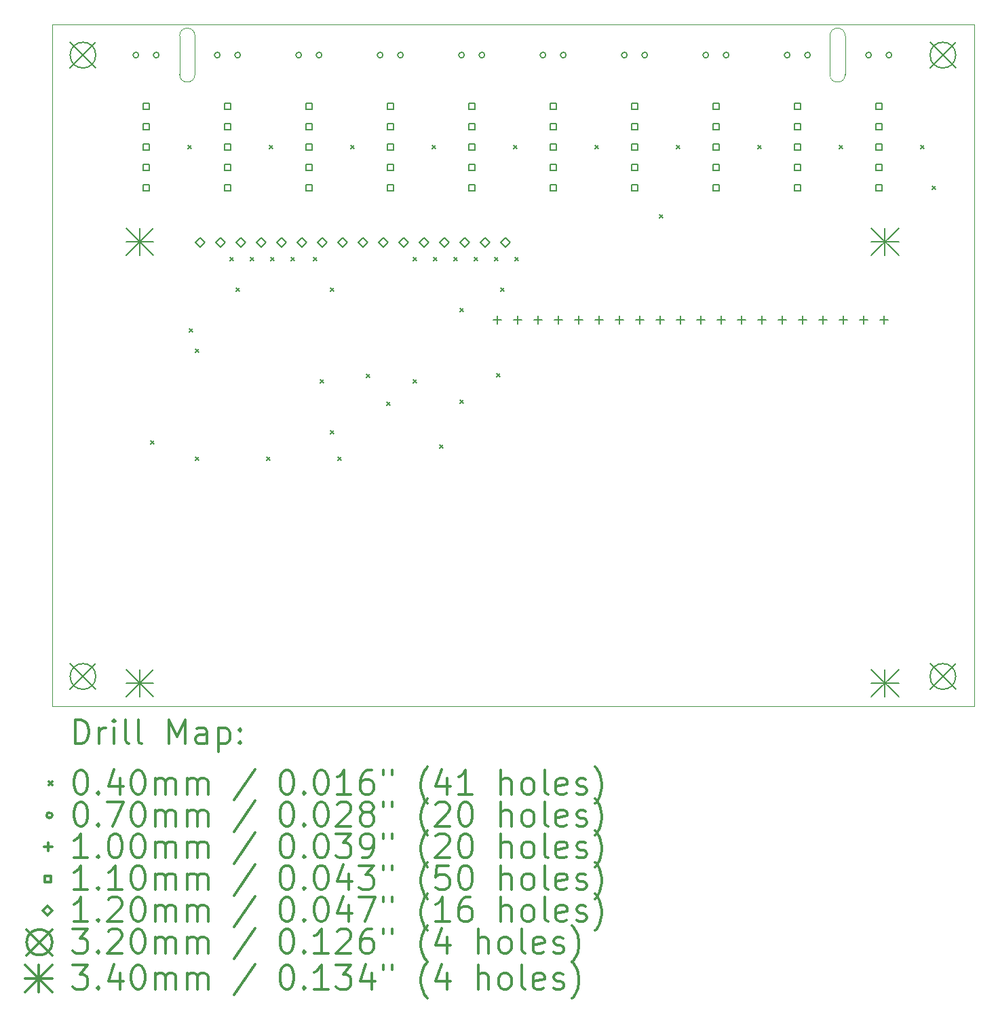
<source format=gbr>
%FSLAX45Y45*%
G04 Gerber Fmt 4.5, Leading zero omitted, Abs format (unit mm)*
G04 Created by KiCad (PCBNEW (5.1.6)-1) date 2023-01-22 16:10:45*
%MOMM*%
%LPD*%
G01*
G04 APERTURE LIST*
%TA.AperFunction,Profile*%
%ADD10C,0.050000*%
%TD*%
%ADD11C,0.200000*%
%ADD12C,0.300000*%
G04 APERTURE END LIST*
D10*
X4318000Y-8242300D02*
G75*
G02*
X4127500Y-8242300I-95250J0D01*
G01*
X12242800Y-7759700D02*
G75*
G02*
X12433300Y-7759700I95250J0D01*
G01*
X12433300Y-8242300D02*
X12433300Y-7759700D01*
X12242800Y-7759700D02*
X12242800Y-8242300D01*
X12433300Y-8242300D02*
G75*
G02*
X12242800Y-8242300I-95250J0D01*
G01*
X4127500Y-7759700D02*
G75*
G02*
X4318000Y-7759700I95250J0D01*
G01*
X4318000Y-8242300D02*
X4318000Y-7759700D01*
X4127500Y-7759700D02*
X4127500Y-8242300D01*
X2540000Y-7620000D02*
X14040000Y-7620000D01*
X14040000Y-16120000D02*
X14040000Y-7620000D01*
X2540000Y-16120000D02*
X14040000Y-16120000D01*
X2540000Y-7620000D02*
X2540000Y-16120000D01*
D11*
X7282500Y-9124000D02*
X7322500Y-9164000D01*
X7322500Y-9124000D02*
X7282500Y-9164000D01*
X5250500Y-9124000D02*
X5290500Y-9164000D01*
X5290500Y-9124000D02*
X5250500Y-9164000D01*
X6711000Y-12324400D02*
X6751000Y-12364400D01*
X6751000Y-12324400D02*
X6711000Y-12364400D01*
X3764600Y-12807000D02*
X3804600Y-12847000D01*
X3804600Y-12807000D02*
X3764600Y-12847000D01*
X6457000Y-11981500D02*
X6497000Y-12021500D01*
X6497000Y-11981500D02*
X6457000Y-12021500D01*
X5885500Y-12045000D02*
X5925500Y-12085000D01*
X5925500Y-12045000D02*
X5885500Y-12085000D01*
X8298500Y-9124000D02*
X8338500Y-9164000D01*
X8338500Y-9124000D02*
X8298500Y-9164000D01*
X6266500Y-9124000D02*
X6306500Y-9164000D01*
X6306500Y-9124000D02*
X6266500Y-9164000D01*
X7371400Y-12857800D02*
X7411400Y-12897800D01*
X7411400Y-12857800D02*
X7371400Y-12897800D01*
X8311200Y-10521000D02*
X8351200Y-10561000D01*
X8351200Y-10521000D02*
X8311200Y-10561000D01*
X8057200Y-10521000D02*
X8097200Y-10561000D01*
X8097200Y-10521000D02*
X8057200Y-10561000D01*
X13518200Y-9632000D02*
X13558200Y-9672000D01*
X13558200Y-9632000D02*
X13518200Y-9672000D01*
X5263200Y-10521000D02*
X5303200Y-10561000D01*
X5303200Y-10521000D02*
X5263200Y-10561000D01*
X5517200Y-10521000D02*
X5557200Y-10561000D01*
X5557200Y-10521000D02*
X5517200Y-10561000D01*
X8133400Y-10902000D02*
X8173400Y-10942000D01*
X8173400Y-10902000D02*
X8133400Y-10942000D01*
X7625400Y-12299000D02*
X7665400Y-12339000D01*
X7665400Y-12299000D02*
X7625400Y-12339000D01*
X5009200Y-10521000D02*
X5049200Y-10561000D01*
X5049200Y-10521000D02*
X5009200Y-10561000D01*
X5796600Y-10521000D02*
X5836600Y-10561000D01*
X5836600Y-10521000D02*
X5796600Y-10561000D01*
X7041200Y-10521000D02*
X7081200Y-10561000D01*
X7081200Y-10521000D02*
X7041200Y-10561000D01*
X8082600Y-11968800D02*
X8122600Y-12008800D01*
X8122600Y-11968800D02*
X8082600Y-12008800D01*
X5212400Y-13010200D02*
X5252400Y-13050200D01*
X5252400Y-13010200D02*
X5212400Y-13050200D01*
X9314500Y-9124000D02*
X9354500Y-9164000D01*
X9354500Y-9124000D02*
X9314500Y-9164000D01*
X7295200Y-10521000D02*
X7335200Y-10561000D01*
X7335200Y-10521000D02*
X7295200Y-10561000D01*
X10330500Y-9124000D02*
X10370500Y-9164000D01*
X10370500Y-9124000D02*
X10330500Y-9164000D01*
X6012500Y-12680000D02*
X6052500Y-12720000D01*
X6052500Y-12680000D02*
X6012500Y-12720000D01*
X7549200Y-10521000D02*
X7589200Y-10561000D01*
X7589200Y-10521000D02*
X7549200Y-10561000D01*
X4323400Y-11664000D02*
X4363400Y-11704000D01*
X4363400Y-11664000D02*
X4323400Y-11704000D01*
X4831400Y-10902000D02*
X4871400Y-10942000D01*
X4871400Y-10902000D02*
X4831400Y-10942000D01*
X11346500Y-9124000D02*
X11386500Y-9164000D01*
X11386500Y-9124000D02*
X11346500Y-9164000D01*
X4234500Y-9124000D02*
X4274500Y-9164000D01*
X4274500Y-9124000D02*
X4234500Y-9164000D01*
X6101400Y-13010200D02*
X6141400Y-13050200D01*
X6141400Y-13010200D02*
X6101400Y-13050200D01*
X13378500Y-9124000D02*
X13418500Y-9164000D01*
X13418500Y-9124000D02*
X13378500Y-9164000D01*
X7625400Y-11156000D02*
X7665400Y-11196000D01*
X7665400Y-11156000D02*
X7625400Y-11196000D01*
X7803200Y-10521000D02*
X7843200Y-10561000D01*
X7843200Y-10521000D02*
X7803200Y-10561000D01*
X4247200Y-11410000D02*
X4287200Y-11450000D01*
X4287200Y-11410000D02*
X4247200Y-11450000D01*
X10114600Y-9987600D02*
X10154600Y-10027600D01*
X10154600Y-9987600D02*
X10114600Y-10027600D01*
X4755200Y-10521000D02*
X4795200Y-10561000D01*
X4795200Y-10521000D02*
X4755200Y-10561000D01*
X7041200Y-12045000D02*
X7081200Y-12085000D01*
X7081200Y-12045000D02*
X7041200Y-12085000D01*
X12362500Y-9124000D02*
X12402500Y-9164000D01*
X12402500Y-9124000D02*
X12362500Y-9164000D01*
X6012500Y-10902000D02*
X6052500Y-10942000D01*
X6052500Y-10902000D02*
X6012500Y-10942000D01*
X4323400Y-13010200D02*
X4363400Y-13050200D01*
X4363400Y-13010200D02*
X4323400Y-13050200D01*
X7680400Y-8001000D02*
G75*
G03*
X7680400Y-8001000I-35000J0D01*
G01*
X7934400Y-8001000D02*
G75*
G03*
X7934400Y-8001000I-35000J0D01*
G01*
X6664400Y-8001000D02*
G75*
G03*
X6664400Y-8001000I-35000J0D01*
G01*
X6918400Y-8001000D02*
G75*
G03*
X6918400Y-8001000I-35000J0D01*
G01*
X10728400Y-8001000D02*
G75*
G03*
X10728400Y-8001000I-35000J0D01*
G01*
X10982400Y-8001000D02*
G75*
G03*
X10982400Y-8001000I-35000J0D01*
G01*
X4632400Y-8001000D02*
G75*
G03*
X4632400Y-8001000I-35000J0D01*
G01*
X4886400Y-8001000D02*
G75*
G03*
X4886400Y-8001000I-35000J0D01*
G01*
X3616400Y-8001000D02*
G75*
G03*
X3616400Y-8001000I-35000J0D01*
G01*
X3870400Y-8001000D02*
G75*
G03*
X3870400Y-8001000I-35000J0D01*
G01*
X12760400Y-8001000D02*
G75*
G03*
X12760400Y-8001000I-35000J0D01*
G01*
X13014400Y-8001000D02*
G75*
G03*
X13014400Y-8001000I-35000J0D01*
G01*
X11744400Y-8001000D02*
G75*
G03*
X11744400Y-8001000I-35000J0D01*
G01*
X11998400Y-8001000D02*
G75*
G03*
X11998400Y-8001000I-35000J0D01*
G01*
X8696400Y-8001000D02*
G75*
G03*
X8696400Y-8001000I-35000J0D01*
G01*
X8950400Y-8001000D02*
G75*
G03*
X8950400Y-8001000I-35000J0D01*
G01*
X9712400Y-8001000D02*
G75*
G03*
X9712400Y-8001000I-35000J0D01*
G01*
X9966400Y-8001000D02*
G75*
G03*
X9966400Y-8001000I-35000J0D01*
G01*
X5648400Y-8001000D02*
G75*
G03*
X5648400Y-8001000I-35000J0D01*
G01*
X5902400Y-8001000D02*
G75*
G03*
X5902400Y-8001000I-35000J0D01*
G01*
X8089900Y-11253000D02*
X8089900Y-11353000D01*
X8039900Y-11303000D02*
X8139900Y-11303000D01*
X8343900Y-11253000D02*
X8343900Y-11353000D01*
X8293900Y-11303000D02*
X8393900Y-11303000D01*
X8597900Y-11253000D02*
X8597900Y-11353000D01*
X8547900Y-11303000D02*
X8647900Y-11303000D01*
X8851900Y-11253000D02*
X8851900Y-11353000D01*
X8801900Y-11303000D02*
X8901900Y-11303000D01*
X9105900Y-11253000D02*
X9105900Y-11353000D01*
X9055900Y-11303000D02*
X9155900Y-11303000D01*
X9359900Y-11253000D02*
X9359900Y-11353000D01*
X9309900Y-11303000D02*
X9409900Y-11303000D01*
X9613900Y-11253000D02*
X9613900Y-11353000D01*
X9563900Y-11303000D02*
X9663900Y-11303000D01*
X9867900Y-11253000D02*
X9867900Y-11353000D01*
X9817900Y-11303000D02*
X9917900Y-11303000D01*
X10121900Y-11253000D02*
X10121900Y-11353000D01*
X10071900Y-11303000D02*
X10171900Y-11303000D01*
X10375900Y-11253000D02*
X10375900Y-11353000D01*
X10325900Y-11303000D02*
X10425900Y-11303000D01*
X10629900Y-11253000D02*
X10629900Y-11353000D01*
X10579900Y-11303000D02*
X10679900Y-11303000D01*
X10883900Y-11253000D02*
X10883900Y-11353000D01*
X10833900Y-11303000D02*
X10933900Y-11303000D01*
X11137900Y-11253000D02*
X11137900Y-11353000D01*
X11087900Y-11303000D02*
X11187900Y-11303000D01*
X11391900Y-11253000D02*
X11391900Y-11353000D01*
X11341900Y-11303000D02*
X11441900Y-11303000D01*
X11645900Y-11253000D02*
X11645900Y-11353000D01*
X11595900Y-11303000D02*
X11695900Y-11303000D01*
X11899900Y-11253000D02*
X11899900Y-11353000D01*
X11849900Y-11303000D02*
X11949900Y-11303000D01*
X12153900Y-11253000D02*
X12153900Y-11353000D01*
X12103900Y-11303000D02*
X12203900Y-11303000D01*
X12407900Y-11253000D02*
X12407900Y-11353000D01*
X12357900Y-11303000D02*
X12457900Y-11303000D01*
X12661900Y-11253000D02*
X12661900Y-11353000D01*
X12611900Y-11303000D02*
X12711900Y-11303000D01*
X12915900Y-11253000D02*
X12915900Y-11353000D01*
X12865900Y-11303000D02*
X12965900Y-11303000D01*
X7811291Y-8674891D02*
X7811291Y-8597109D01*
X7733509Y-8597109D01*
X7733509Y-8674891D01*
X7811291Y-8674891D01*
X7811291Y-8928891D02*
X7811291Y-8851109D01*
X7733509Y-8851109D01*
X7733509Y-8928891D01*
X7811291Y-8928891D01*
X7811291Y-9182891D02*
X7811291Y-9105109D01*
X7733509Y-9105109D01*
X7733509Y-9182891D01*
X7811291Y-9182891D01*
X7811291Y-9436891D02*
X7811291Y-9359109D01*
X7733509Y-9359109D01*
X7733509Y-9436891D01*
X7811291Y-9436891D01*
X7811291Y-9690891D02*
X7811291Y-9613109D01*
X7733509Y-9613109D01*
X7733509Y-9690891D01*
X7811291Y-9690891D01*
X4763291Y-8674891D02*
X4763291Y-8597109D01*
X4685509Y-8597109D01*
X4685509Y-8674891D01*
X4763291Y-8674891D01*
X4763291Y-8928891D02*
X4763291Y-8851109D01*
X4685509Y-8851109D01*
X4685509Y-8928891D01*
X4763291Y-8928891D01*
X4763291Y-9182891D02*
X4763291Y-9105109D01*
X4685509Y-9105109D01*
X4685509Y-9182891D01*
X4763291Y-9182891D01*
X4763291Y-9436891D02*
X4763291Y-9359109D01*
X4685509Y-9359109D01*
X4685509Y-9436891D01*
X4763291Y-9436891D01*
X4763291Y-9690891D02*
X4763291Y-9613109D01*
X4685509Y-9613109D01*
X4685509Y-9690891D01*
X4763291Y-9690891D01*
X6795291Y-8674891D02*
X6795291Y-8597109D01*
X6717509Y-8597109D01*
X6717509Y-8674891D01*
X6795291Y-8674891D01*
X6795291Y-8928891D02*
X6795291Y-8851109D01*
X6717509Y-8851109D01*
X6717509Y-8928891D01*
X6795291Y-8928891D01*
X6795291Y-9182891D02*
X6795291Y-9105109D01*
X6717509Y-9105109D01*
X6717509Y-9182891D01*
X6795291Y-9182891D01*
X6795291Y-9436891D02*
X6795291Y-9359109D01*
X6717509Y-9359109D01*
X6717509Y-9436891D01*
X6795291Y-9436891D01*
X6795291Y-9690891D02*
X6795291Y-9613109D01*
X6717509Y-9613109D01*
X6717509Y-9690891D01*
X6795291Y-9690891D01*
X3747291Y-8674891D02*
X3747291Y-8597109D01*
X3669509Y-8597109D01*
X3669509Y-8674891D01*
X3747291Y-8674891D01*
X3747291Y-8928891D02*
X3747291Y-8851109D01*
X3669509Y-8851109D01*
X3669509Y-8928891D01*
X3747291Y-8928891D01*
X3747291Y-9182891D02*
X3747291Y-9105109D01*
X3669509Y-9105109D01*
X3669509Y-9182891D01*
X3747291Y-9182891D01*
X3747291Y-9436891D02*
X3747291Y-9359109D01*
X3669509Y-9359109D01*
X3669509Y-9436891D01*
X3747291Y-9436891D01*
X3747291Y-9690891D02*
X3747291Y-9613109D01*
X3669509Y-9613109D01*
X3669509Y-9690891D01*
X3747291Y-9690891D01*
X8827291Y-8674891D02*
X8827291Y-8597109D01*
X8749509Y-8597109D01*
X8749509Y-8674891D01*
X8827291Y-8674891D01*
X8827291Y-8928891D02*
X8827291Y-8851109D01*
X8749509Y-8851109D01*
X8749509Y-8928891D01*
X8827291Y-8928891D01*
X8827291Y-9182891D02*
X8827291Y-9105109D01*
X8749509Y-9105109D01*
X8749509Y-9182891D01*
X8827291Y-9182891D01*
X8827291Y-9436891D02*
X8827291Y-9359109D01*
X8749509Y-9359109D01*
X8749509Y-9436891D01*
X8827291Y-9436891D01*
X8827291Y-9690891D02*
X8827291Y-9613109D01*
X8749509Y-9613109D01*
X8749509Y-9690891D01*
X8827291Y-9690891D01*
X9843291Y-8674891D02*
X9843291Y-8597109D01*
X9765509Y-8597109D01*
X9765509Y-8674891D01*
X9843291Y-8674891D01*
X9843291Y-8928891D02*
X9843291Y-8851109D01*
X9765509Y-8851109D01*
X9765509Y-8928891D01*
X9843291Y-8928891D01*
X9843291Y-9182891D02*
X9843291Y-9105109D01*
X9765509Y-9105109D01*
X9765509Y-9182891D01*
X9843291Y-9182891D01*
X9843291Y-9436891D02*
X9843291Y-9359109D01*
X9765509Y-9359109D01*
X9765509Y-9436891D01*
X9843291Y-9436891D01*
X9843291Y-9690891D02*
X9843291Y-9613109D01*
X9765509Y-9613109D01*
X9765509Y-9690891D01*
X9843291Y-9690891D01*
X11875291Y-8674891D02*
X11875291Y-8597109D01*
X11797509Y-8597109D01*
X11797509Y-8674891D01*
X11875291Y-8674891D01*
X11875291Y-8928891D02*
X11875291Y-8851109D01*
X11797509Y-8851109D01*
X11797509Y-8928891D01*
X11875291Y-8928891D01*
X11875291Y-9182891D02*
X11875291Y-9105109D01*
X11797509Y-9105109D01*
X11797509Y-9182891D01*
X11875291Y-9182891D01*
X11875291Y-9436891D02*
X11875291Y-9359109D01*
X11797509Y-9359109D01*
X11797509Y-9436891D01*
X11875291Y-9436891D01*
X11875291Y-9690891D02*
X11875291Y-9613109D01*
X11797509Y-9613109D01*
X11797509Y-9690891D01*
X11875291Y-9690891D01*
X12891291Y-8674891D02*
X12891291Y-8597109D01*
X12813509Y-8597109D01*
X12813509Y-8674891D01*
X12891291Y-8674891D01*
X12891291Y-8928891D02*
X12891291Y-8851109D01*
X12813509Y-8851109D01*
X12813509Y-8928891D01*
X12891291Y-8928891D01*
X12891291Y-9182891D02*
X12891291Y-9105109D01*
X12813509Y-9105109D01*
X12813509Y-9182891D01*
X12891291Y-9182891D01*
X12891291Y-9436891D02*
X12891291Y-9359109D01*
X12813509Y-9359109D01*
X12813509Y-9436891D01*
X12891291Y-9436891D01*
X12891291Y-9690891D02*
X12891291Y-9613109D01*
X12813509Y-9613109D01*
X12813509Y-9690891D01*
X12891291Y-9690891D01*
X10859291Y-8674891D02*
X10859291Y-8597109D01*
X10781509Y-8597109D01*
X10781509Y-8674891D01*
X10859291Y-8674891D01*
X10859291Y-8928891D02*
X10859291Y-8851109D01*
X10781509Y-8851109D01*
X10781509Y-8928891D01*
X10859291Y-8928891D01*
X10859291Y-9182891D02*
X10859291Y-9105109D01*
X10781509Y-9105109D01*
X10781509Y-9182891D01*
X10859291Y-9182891D01*
X10859291Y-9436891D02*
X10859291Y-9359109D01*
X10781509Y-9359109D01*
X10781509Y-9436891D01*
X10859291Y-9436891D01*
X10859291Y-9690891D02*
X10859291Y-9613109D01*
X10781509Y-9613109D01*
X10781509Y-9690891D01*
X10859291Y-9690891D01*
X5779291Y-8674891D02*
X5779291Y-8597109D01*
X5701509Y-8597109D01*
X5701509Y-8674891D01*
X5779291Y-8674891D01*
X5779291Y-8928891D02*
X5779291Y-8851109D01*
X5701509Y-8851109D01*
X5701509Y-8928891D01*
X5779291Y-8928891D01*
X5779291Y-9182891D02*
X5779291Y-9105109D01*
X5701509Y-9105109D01*
X5701509Y-9182891D01*
X5779291Y-9182891D01*
X5779291Y-9436891D02*
X5779291Y-9359109D01*
X5701509Y-9359109D01*
X5701509Y-9436891D01*
X5779291Y-9436891D01*
X5779291Y-9690891D02*
X5779291Y-9613109D01*
X5701509Y-9613109D01*
X5701509Y-9690891D01*
X5779291Y-9690891D01*
X4380400Y-10395000D02*
X4440400Y-10335000D01*
X4380400Y-10275000D01*
X4320400Y-10335000D01*
X4380400Y-10395000D01*
X4634400Y-10395000D02*
X4694400Y-10335000D01*
X4634400Y-10275000D01*
X4574400Y-10335000D01*
X4634400Y-10395000D01*
X4888400Y-10395000D02*
X4948400Y-10335000D01*
X4888400Y-10275000D01*
X4828400Y-10335000D01*
X4888400Y-10395000D01*
X5142400Y-10395000D02*
X5202400Y-10335000D01*
X5142400Y-10275000D01*
X5082400Y-10335000D01*
X5142400Y-10395000D01*
X5396400Y-10395000D02*
X5456400Y-10335000D01*
X5396400Y-10275000D01*
X5336400Y-10335000D01*
X5396400Y-10395000D01*
X5650400Y-10395000D02*
X5710400Y-10335000D01*
X5650400Y-10275000D01*
X5590400Y-10335000D01*
X5650400Y-10395000D01*
X5904400Y-10395000D02*
X5964400Y-10335000D01*
X5904400Y-10275000D01*
X5844400Y-10335000D01*
X5904400Y-10395000D01*
X6158400Y-10395000D02*
X6218400Y-10335000D01*
X6158400Y-10275000D01*
X6098400Y-10335000D01*
X6158400Y-10395000D01*
X6412400Y-10395000D02*
X6472400Y-10335000D01*
X6412400Y-10275000D01*
X6352400Y-10335000D01*
X6412400Y-10395000D01*
X6666400Y-10395000D02*
X6726400Y-10335000D01*
X6666400Y-10275000D01*
X6606400Y-10335000D01*
X6666400Y-10395000D01*
X6920400Y-10395000D02*
X6980400Y-10335000D01*
X6920400Y-10275000D01*
X6860400Y-10335000D01*
X6920400Y-10395000D01*
X7174400Y-10395000D02*
X7234400Y-10335000D01*
X7174400Y-10275000D01*
X7114400Y-10335000D01*
X7174400Y-10395000D01*
X7428400Y-10395000D02*
X7488400Y-10335000D01*
X7428400Y-10275000D01*
X7368400Y-10335000D01*
X7428400Y-10395000D01*
X7682400Y-10395000D02*
X7742400Y-10335000D01*
X7682400Y-10275000D01*
X7622400Y-10335000D01*
X7682400Y-10395000D01*
X7936400Y-10395000D02*
X7996400Y-10335000D01*
X7936400Y-10275000D01*
X7876400Y-10335000D01*
X7936400Y-10395000D01*
X8190400Y-10395000D02*
X8250400Y-10335000D01*
X8190400Y-10275000D01*
X8130400Y-10335000D01*
X8190400Y-10395000D01*
X13492500Y-7841000D02*
X13812500Y-8161000D01*
X13812500Y-7841000D02*
X13492500Y-8161000D01*
X13812500Y-8001000D02*
G75*
G03*
X13812500Y-8001000I-160000J0D01*
G01*
X2761000Y-7841000D02*
X3081000Y-8161000D01*
X3081000Y-7841000D02*
X2761000Y-8161000D01*
X3081000Y-8001000D02*
G75*
G03*
X3081000Y-8001000I-160000J0D01*
G01*
X13492500Y-15588000D02*
X13812500Y-15908000D01*
X13812500Y-15588000D02*
X13492500Y-15908000D01*
X13812500Y-15748000D02*
G75*
G03*
X13812500Y-15748000I-160000J0D01*
G01*
X2761000Y-15588000D02*
X3081000Y-15908000D01*
X3081000Y-15588000D02*
X2761000Y-15908000D01*
X3081000Y-15748000D02*
G75*
G03*
X3081000Y-15748000I-160000J0D01*
G01*
X3460400Y-10161000D02*
X3800400Y-10501000D01*
X3800400Y-10161000D02*
X3460400Y-10501000D01*
X3630400Y-10161000D02*
X3630400Y-10501000D01*
X3460400Y-10331000D02*
X3800400Y-10331000D01*
X3460400Y-15661000D02*
X3800400Y-16001000D01*
X3800400Y-15661000D02*
X3460400Y-16001000D01*
X3630400Y-15661000D02*
X3630400Y-16001000D01*
X3460400Y-15831000D02*
X3800400Y-15831000D01*
X12760400Y-10161000D02*
X13100400Y-10501000D01*
X13100400Y-10161000D02*
X12760400Y-10501000D01*
X12930400Y-10161000D02*
X12930400Y-10501000D01*
X12760400Y-10331000D02*
X13100400Y-10331000D01*
X12760400Y-15661000D02*
X13100400Y-16001000D01*
X13100400Y-15661000D02*
X12760400Y-16001000D01*
X12930400Y-15661000D02*
X12930400Y-16001000D01*
X12760400Y-15831000D02*
X13100400Y-15831000D01*
D12*
X2823928Y-16588214D02*
X2823928Y-16288214D01*
X2895357Y-16288214D01*
X2938214Y-16302500D01*
X2966786Y-16331071D01*
X2981071Y-16359643D01*
X2995357Y-16416786D01*
X2995357Y-16459643D01*
X2981071Y-16516786D01*
X2966786Y-16545357D01*
X2938214Y-16573929D01*
X2895357Y-16588214D01*
X2823928Y-16588214D01*
X3123928Y-16588214D02*
X3123928Y-16388214D01*
X3123928Y-16445357D02*
X3138214Y-16416786D01*
X3152500Y-16402500D01*
X3181071Y-16388214D01*
X3209643Y-16388214D01*
X3309643Y-16588214D02*
X3309643Y-16388214D01*
X3309643Y-16288214D02*
X3295357Y-16302500D01*
X3309643Y-16316786D01*
X3323928Y-16302500D01*
X3309643Y-16288214D01*
X3309643Y-16316786D01*
X3495357Y-16588214D02*
X3466786Y-16573929D01*
X3452500Y-16545357D01*
X3452500Y-16288214D01*
X3652500Y-16588214D02*
X3623928Y-16573929D01*
X3609643Y-16545357D01*
X3609643Y-16288214D01*
X3995357Y-16588214D02*
X3995357Y-16288214D01*
X4095357Y-16502500D01*
X4195357Y-16288214D01*
X4195357Y-16588214D01*
X4466786Y-16588214D02*
X4466786Y-16431071D01*
X4452500Y-16402500D01*
X4423928Y-16388214D01*
X4366786Y-16388214D01*
X4338214Y-16402500D01*
X4466786Y-16573929D02*
X4438214Y-16588214D01*
X4366786Y-16588214D01*
X4338214Y-16573929D01*
X4323928Y-16545357D01*
X4323928Y-16516786D01*
X4338214Y-16488214D01*
X4366786Y-16473929D01*
X4438214Y-16473929D01*
X4466786Y-16459643D01*
X4609643Y-16388214D02*
X4609643Y-16688214D01*
X4609643Y-16402500D02*
X4638214Y-16388214D01*
X4695357Y-16388214D01*
X4723928Y-16402500D01*
X4738214Y-16416786D01*
X4752500Y-16445357D01*
X4752500Y-16531071D01*
X4738214Y-16559643D01*
X4723928Y-16573929D01*
X4695357Y-16588214D01*
X4638214Y-16588214D01*
X4609643Y-16573929D01*
X4881071Y-16559643D02*
X4895357Y-16573929D01*
X4881071Y-16588214D01*
X4866786Y-16573929D01*
X4881071Y-16559643D01*
X4881071Y-16588214D01*
X4881071Y-16402500D02*
X4895357Y-16416786D01*
X4881071Y-16431071D01*
X4866786Y-16416786D01*
X4881071Y-16402500D01*
X4881071Y-16431071D01*
X2497500Y-17062500D02*
X2537500Y-17102500D01*
X2537500Y-17062500D02*
X2497500Y-17102500D01*
X2881071Y-16918214D02*
X2909643Y-16918214D01*
X2938214Y-16932500D01*
X2952500Y-16946786D01*
X2966786Y-16975357D01*
X2981071Y-17032500D01*
X2981071Y-17103929D01*
X2966786Y-17161072D01*
X2952500Y-17189643D01*
X2938214Y-17203929D01*
X2909643Y-17218214D01*
X2881071Y-17218214D01*
X2852500Y-17203929D01*
X2838214Y-17189643D01*
X2823928Y-17161072D01*
X2809643Y-17103929D01*
X2809643Y-17032500D01*
X2823928Y-16975357D01*
X2838214Y-16946786D01*
X2852500Y-16932500D01*
X2881071Y-16918214D01*
X3109643Y-17189643D02*
X3123928Y-17203929D01*
X3109643Y-17218214D01*
X3095357Y-17203929D01*
X3109643Y-17189643D01*
X3109643Y-17218214D01*
X3381071Y-17018214D02*
X3381071Y-17218214D01*
X3309643Y-16903929D02*
X3238214Y-17118214D01*
X3423928Y-17118214D01*
X3595357Y-16918214D02*
X3623928Y-16918214D01*
X3652500Y-16932500D01*
X3666786Y-16946786D01*
X3681071Y-16975357D01*
X3695357Y-17032500D01*
X3695357Y-17103929D01*
X3681071Y-17161072D01*
X3666786Y-17189643D01*
X3652500Y-17203929D01*
X3623928Y-17218214D01*
X3595357Y-17218214D01*
X3566786Y-17203929D01*
X3552500Y-17189643D01*
X3538214Y-17161072D01*
X3523928Y-17103929D01*
X3523928Y-17032500D01*
X3538214Y-16975357D01*
X3552500Y-16946786D01*
X3566786Y-16932500D01*
X3595357Y-16918214D01*
X3823928Y-17218214D02*
X3823928Y-17018214D01*
X3823928Y-17046786D02*
X3838214Y-17032500D01*
X3866786Y-17018214D01*
X3909643Y-17018214D01*
X3938214Y-17032500D01*
X3952500Y-17061072D01*
X3952500Y-17218214D01*
X3952500Y-17061072D02*
X3966786Y-17032500D01*
X3995357Y-17018214D01*
X4038214Y-17018214D01*
X4066786Y-17032500D01*
X4081071Y-17061072D01*
X4081071Y-17218214D01*
X4223928Y-17218214D02*
X4223928Y-17018214D01*
X4223928Y-17046786D02*
X4238214Y-17032500D01*
X4266786Y-17018214D01*
X4309643Y-17018214D01*
X4338214Y-17032500D01*
X4352500Y-17061072D01*
X4352500Y-17218214D01*
X4352500Y-17061072D02*
X4366786Y-17032500D01*
X4395357Y-17018214D01*
X4438214Y-17018214D01*
X4466786Y-17032500D01*
X4481071Y-17061072D01*
X4481071Y-17218214D01*
X5066786Y-16903929D02*
X4809643Y-17289643D01*
X5452500Y-16918214D02*
X5481071Y-16918214D01*
X5509643Y-16932500D01*
X5523928Y-16946786D01*
X5538214Y-16975357D01*
X5552500Y-17032500D01*
X5552500Y-17103929D01*
X5538214Y-17161072D01*
X5523928Y-17189643D01*
X5509643Y-17203929D01*
X5481071Y-17218214D01*
X5452500Y-17218214D01*
X5423928Y-17203929D01*
X5409643Y-17189643D01*
X5395357Y-17161072D01*
X5381071Y-17103929D01*
X5381071Y-17032500D01*
X5395357Y-16975357D01*
X5409643Y-16946786D01*
X5423928Y-16932500D01*
X5452500Y-16918214D01*
X5681071Y-17189643D02*
X5695357Y-17203929D01*
X5681071Y-17218214D01*
X5666786Y-17203929D01*
X5681071Y-17189643D01*
X5681071Y-17218214D01*
X5881071Y-16918214D02*
X5909643Y-16918214D01*
X5938214Y-16932500D01*
X5952500Y-16946786D01*
X5966786Y-16975357D01*
X5981071Y-17032500D01*
X5981071Y-17103929D01*
X5966786Y-17161072D01*
X5952500Y-17189643D01*
X5938214Y-17203929D01*
X5909643Y-17218214D01*
X5881071Y-17218214D01*
X5852500Y-17203929D01*
X5838214Y-17189643D01*
X5823928Y-17161072D01*
X5809643Y-17103929D01*
X5809643Y-17032500D01*
X5823928Y-16975357D01*
X5838214Y-16946786D01*
X5852500Y-16932500D01*
X5881071Y-16918214D01*
X6266786Y-17218214D02*
X6095357Y-17218214D01*
X6181071Y-17218214D02*
X6181071Y-16918214D01*
X6152500Y-16961072D01*
X6123928Y-16989643D01*
X6095357Y-17003929D01*
X6523928Y-16918214D02*
X6466786Y-16918214D01*
X6438214Y-16932500D01*
X6423928Y-16946786D01*
X6395357Y-16989643D01*
X6381071Y-17046786D01*
X6381071Y-17161072D01*
X6395357Y-17189643D01*
X6409643Y-17203929D01*
X6438214Y-17218214D01*
X6495357Y-17218214D01*
X6523928Y-17203929D01*
X6538214Y-17189643D01*
X6552500Y-17161072D01*
X6552500Y-17089643D01*
X6538214Y-17061072D01*
X6523928Y-17046786D01*
X6495357Y-17032500D01*
X6438214Y-17032500D01*
X6409643Y-17046786D01*
X6395357Y-17061072D01*
X6381071Y-17089643D01*
X6666786Y-16918214D02*
X6666786Y-16975357D01*
X6781071Y-16918214D02*
X6781071Y-16975357D01*
X7223928Y-17332500D02*
X7209643Y-17318214D01*
X7181071Y-17275357D01*
X7166786Y-17246786D01*
X7152500Y-17203929D01*
X7138214Y-17132500D01*
X7138214Y-17075357D01*
X7152500Y-17003929D01*
X7166786Y-16961072D01*
X7181071Y-16932500D01*
X7209643Y-16889643D01*
X7223928Y-16875357D01*
X7466786Y-17018214D02*
X7466786Y-17218214D01*
X7395357Y-16903929D02*
X7323928Y-17118214D01*
X7509643Y-17118214D01*
X7781071Y-17218214D02*
X7609643Y-17218214D01*
X7695357Y-17218214D02*
X7695357Y-16918214D01*
X7666786Y-16961072D01*
X7638214Y-16989643D01*
X7609643Y-17003929D01*
X8138214Y-17218214D02*
X8138214Y-16918214D01*
X8266786Y-17218214D02*
X8266786Y-17061072D01*
X8252500Y-17032500D01*
X8223928Y-17018214D01*
X8181071Y-17018214D01*
X8152500Y-17032500D01*
X8138214Y-17046786D01*
X8452500Y-17218214D02*
X8423928Y-17203929D01*
X8409643Y-17189643D01*
X8395357Y-17161072D01*
X8395357Y-17075357D01*
X8409643Y-17046786D01*
X8423928Y-17032500D01*
X8452500Y-17018214D01*
X8495357Y-17018214D01*
X8523928Y-17032500D01*
X8538214Y-17046786D01*
X8552500Y-17075357D01*
X8552500Y-17161072D01*
X8538214Y-17189643D01*
X8523928Y-17203929D01*
X8495357Y-17218214D01*
X8452500Y-17218214D01*
X8723928Y-17218214D02*
X8695357Y-17203929D01*
X8681071Y-17175357D01*
X8681071Y-16918214D01*
X8952500Y-17203929D02*
X8923928Y-17218214D01*
X8866786Y-17218214D01*
X8838214Y-17203929D01*
X8823928Y-17175357D01*
X8823928Y-17061072D01*
X8838214Y-17032500D01*
X8866786Y-17018214D01*
X8923928Y-17018214D01*
X8952500Y-17032500D01*
X8966786Y-17061072D01*
X8966786Y-17089643D01*
X8823928Y-17118214D01*
X9081071Y-17203929D02*
X9109643Y-17218214D01*
X9166786Y-17218214D01*
X9195357Y-17203929D01*
X9209643Y-17175357D01*
X9209643Y-17161072D01*
X9195357Y-17132500D01*
X9166786Y-17118214D01*
X9123928Y-17118214D01*
X9095357Y-17103929D01*
X9081071Y-17075357D01*
X9081071Y-17061072D01*
X9095357Y-17032500D01*
X9123928Y-17018214D01*
X9166786Y-17018214D01*
X9195357Y-17032500D01*
X9309643Y-17332500D02*
X9323928Y-17318214D01*
X9352500Y-17275357D01*
X9366786Y-17246786D01*
X9381071Y-17203929D01*
X9395357Y-17132500D01*
X9395357Y-17075357D01*
X9381071Y-17003929D01*
X9366786Y-16961072D01*
X9352500Y-16932500D01*
X9323928Y-16889643D01*
X9309643Y-16875357D01*
X2537500Y-17478500D02*
G75*
G03*
X2537500Y-17478500I-35000J0D01*
G01*
X2881071Y-17314214D02*
X2909643Y-17314214D01*
X2938214Y-17328500D01*
X2952500Y-17342786D01*
X2966786Y-17371357D01*
X2981071Y-17428500D01*
X2981071Y-17499929D01*
X2966786Y-17557072D01*
X2952500Y-17585643D01*
X2938214Y-17599929D01*
X2909643Y-17614214D01*
X2881071Y-17614214D01*
X2852500Y-17599929D01*
X2838214Y-17585643D01*
X2823928Y-17557072D01*
X2809643Y-17499929D01*
X2809643Y-17428500D01*
X2823928Y-17371357D01*
X2838214Y-17342786D01*
X2852500Y-17328500D01*
X2881071Y-17314214D01*
X3109643Y-17585643D02*
X3123928Y-17599929D01*
X3109643Y-17614214D01*
X3095357Y-17599929D01*
X3109643Y-17585643D01*
X3109643Y-17614214D01*
X3223928Y-17314214D02*
X3423928Y-17314214D01*
X3295357Y-17614214D01*
X3595357Y-17314214D02*
X3623928Y-17314214D01*
X3652500Y-17328500D01*
X3666786Y-17342786D01*
X3681071Y-17371357D01*
X3695357Y-17428500D01*
X3695357Y-17499929D01*
X3681071Y-17557072D01*
X3666786Y-17585643D01*
X3652500Y-17599929D01*
X3623928Y-17614214D01*
X3595357Y-17614214D01*
X3566786Y-17599929D01*
X3552500Y-17585643D01*
X3538214Y-17557072D01*
X3523928Y-17499929D01*
X3523928Y-17428500D01*
X3538214Y-17371357D01*
X3552500Y-17342786D01*
X3566786Y-17328500D01*
X3595357Y-17314214D01*
X3823928Y-17614214D02*
X3823928Y-17414214D01*
X3823928Y-17442786D02*
X3838214Y-17428500D01*
X3866786Y-17414214D01*
X3909643Y-17414214D01*
X3938214Y-17428500D01*
X3952500Y-17457072D01*
X3952500Y-17614214D01*
X3952500Y-17457072D02*
X3966786Y-17428500D01*
X3995357Y-17414214D01*
X4038214Y-17414214D01*
X4066786Y-17428500D01*
X4081071Y-17457072D01*
X4081071Y-17614214D01*
X4223928Y-17614214D02*
X4223928Y-17414214D01*
X4223928Y-17442786D02*
X4238214Y-17428500D01*
X4266786Y-17414214D01*
X4309643Y-17414214D01*
X4338214Y-17428500D01*
X4352500Y-17457072D01*
X4352500Y-17614214D01*
X4352500Y-17457072D02*
X4366786Y-17428500D01*
X4395357Y-17414214D01*
X4438214Y-17414214D01*
X4466786Y-17428500D01*
X4481071Y-17457072D01*
X4481071Y-17614214D01*
X5066786Y-17299929D02*
X4809643Y-17685643D01*
X5452500Y-17314214D02*
X5481071Y-17314214D01*
X5509643Y-17328500D01*
X5523928Y-17342786D01*
X5538214Y-17371357D01*
X5552500Y-17428500D01*
X5552500Y-17499929D01*
X5538214Y-17557072D01*
X5523928Y-17585643D01*
X5509643Y-17599929D01*
X5481071Y-17614214D01*
X5452500Y-17614214D01*
X5423928Y-17599929D01*
X5409643Y-17585643D01*
X5395357Y-17557072D01*
X5381071Y-17499929D01*
X5381071Y-17428500D01*
X5395357Y-17371357D01*
X5409643Y-17342786D01*
X5423928Y-17328500D01*
X5452500Y-17314214D01*
X5681071Y-17585643D02*
X5695357Y-17599929D01*
X5681071Y-17614214D01*
X5666786Y-17599929D01*
X5681071Y-17585643D01*
X5681071Y-17614214D01*
X5881071Y-17314214D02*
X5909643Y-17314214D01*
X5938214Y-17328500D01*
X5952500Y-17342786D01*
X5966786Y-17371357D01*
X5981071Y-17428500D01*
X5981071Y-17499929D01*
X5966786Y-17557072D01*
X5952500Y-17585643D01*
X5938214Y-17599929D01*
X5909643Y-17614214D01*
X5881071Y-17614214D01*
X5852500Y-17599929D01*
X5838214Y-17585643D01*
X5823928Y-17557072D01*
X5809643Y-17499929D01*
X5809643Y-17428500D01*
X5823928Y-17371357D01*
X5838214Y-17342786D01*
X5852500Y-17328500D01*
X5881071Y-17314214D01*
X6095357Y-17342786D02*
X6109643Y-17328500D01*
X6138214Y-17314214D01*
X6209643Y-17314214D01*
X6238214Y-17328500D01*
X6252500Y-17342786D01*
X6266786Y-17371357D01*
X6266786Y-17399929D01*
X6252500Y-17442786D01*
X6081071Y-17614214D01*
X6266786Y-17614214D01*
X6438214Y-17442786D02*
X6409643Y-17428500D01*
X6395357Y-17414214D01*
X6381071Y-17385643D01*
X6381071Y-17371357D01*
X6395357Y-17342786D01*
X6409643Y-17328500D01*
X6438214Y-17314214D01*
X6495357Y-17314214D01*
X6523928Y-17328500D01*
X6538214Y-17342786D01*
X6552500Y-17371357D01*
X6552500Y-17385643D01*
X6538214Y-17414214D01*
X6523928Y-17428500D01*
X6495357Y-17442786D01*
X6438214Y-17442786D01*
X6409643Y-17457072D01*
X6395357Y-17471357D01*
X6381071Y-17499929D01*
X6381071Y-17557072D01*
X6395357Y-17585643D01*
X6409643Y-17599929D01*
X6438214Y-17614214D01*
X6495357Y-17614214D01*
X6523928Y-17599929D01*
X6538214Y-17585643D01*
X6552500Y-17557072D01*
X6552500Y-17499929D01*
X6538214Y-17471357D01*
X6523928Y-17457072D01*
X6495357Y-17442786D01*
X6666786Y-17314214D02*
X6666786Y-17371357D01*
X6781071Y-17314214D02*
X6781071Y-17371357D01*
X7223928Y-17728500D02*
X7209643Y-17714214D01*
X7181071Y-17671357D01*
X7166786Y-17642786D01*
X7152500Y-17599929D01*
X7138214Y-17528500D01*
X7138214Y-17471357D01*
X7152500Y-17399929D01*
X7166786Y-17357072D01*
X7181071Y-17328500D01*
X7209643Y-17285643D01*
X7223928Y-17271357D01*
X7323928Y-17342786D02*
X7338214Y-17328500D01*
X7366786Y-17314214D01*
X7438214Y-17314214D01*
X7466786Y-17328500D01*
X7481071Y-17342786D01*
X7495357Y-17371357D01*
X7495357Y-17399929D01*
X7481071Y-17442786D01*
X7309643Y-17614214D01*
X7495357Y-17614214D01*
X7681071Y-17314214D02*
X7709643Y-17314214D01*
X7738214Y-17328500D01*
X7752500Y-17342786D01*
X7766786Y-17371357D01*
X7781071Y-17428500D01*
X7781071Y-17499929D01*
X7766786Y-17557072D01*
X7752500Y-17585643D01*
X7738214Y-17599929D01*
X7709643Y-17614214D01*
X7681071Y-17614214D01*
X7652500Y-17599929D01*
X7638214Y-17585643D01*
X7623928Y-17557072D01*
X7609643Y-17499929D01*
X7609643Y-17428500D01*
X7623928Y-17371357D01*
X7638214Y-17342786D01*
X7652500Y-17328500D01*
X7681071Y-17314214D01*
X8138214Y-17614214D02*
X8138214Y-17314214D01*
X8266786Y-17614214D02*
X8266786Y-17457072D01*
X8252500Y-17428500D01*
X8223928Y-17414214D01*
X8181071Y-17414214D01*
X8152500Y-17428500D01*
X8138214Y-17442786D01*
X8452500Y-17614214D02*
X8423928Y-17599929D01*
X8409643Y-17585643D01*
X8395357Y-17557072D01*
X8395357Y-17471357D01*
X8409643Y-17442786D01*
X8423928Y-17428500D01*
X8452500Y-17414214D01*
X8495357Y-17414214D01*
X8523928Y-17428500D01*
X8538214Y-17442786D01*
X8552500Y-17471357D01*
X8552500Y-17557072D01*
X8538214Y-17585643D01*
X8523928Y-17599929D01*
X8495357Y-17614214D01*
X8452500Y-17614214D01*
X8723928Y-17614214D02*
X8695357Y-17599929D01*
X8681071Y-17571357D01*
X8681071Y-17314214D01*
X8952500Y-17599929D02*
X8923928Y-17614214D01*
X8866786Y-17614214D01*
X8838214Y-17599929D01*
X8823928Y-17571357D01*
X8823928Y-17457072D01*
X8838214Y-17428500D01*
X8866786Y-17414214D01*
X8923928Y-17414214D01*
X8952500Y-17428500D01*
X8966786Y-17457072D01*
X8966786Y-17485643D01*
X8823928Y-17514214D01*
X9081071Y-17599929D02*
X9109643Y-17614214D01*
X9166786Y-17614214D01*
X9195357Y-17599929D01*
X9209643Y-17571357D01*
X9209643Y-17557072D01*
X9195357Y-17528500D01*
X9166786Y-17514214D01*
X9123928Y-17514214D01*
X9095357Y-17499929D01*
X9081071Y-17471357D01*
X9081071Y-17457072D01*
X9095357Y-17428500D01*
X9123928Y-17414214D01*
X9166786Y-17414214D01*
X9195357Y-17428500D01*
X9309643Y-17728500D02*
X9323928Y-17714214D01*
X9352500Y-17671357D01*
X9366786Y-17642786D01*
X9381071Y-17599929D01*
X9395357Y-17528500D01*
X9395357Y-17471357D01*
X9381071Y-17399929D01*
X9366786Y-17357072D01*
X9352500Y-17328500D01*
X9323928Y-17285643D01*
X9309643Y-17271357D01*
X2487500Y-17824500D02*
X2487500Y-17924500D01*
X2437500Y-17874500D02*
X2537500Y-17874500D01*
X2981071Y-18010214D02*
X2809643Y-18010214D01*
X2895357Y-18010214D02*
X2895357Y-17710214D01*
X2866786Y-17753072D01*
X2838214Y-17781643D01*
X2809643Y-17795929D01*
X3109643Y-17981643D02*
X3123928Y-17995929D01*
X3109643Y-18010214D01*
X3095357Y-17995929D01*
X3109643Y-17981643D01*
X3109643Y-18010214D01*
X3309643Y-17710214D02*
X3338214Y-17710214D01*
X3366786Y-17724500D01*
X3381071Y-17738786D01*
X3395357Y-17767357D01*
X3409643Y-17824500D01*
X3409643Y-17895929D01*
X3395357Y-17953072D01*
X3381071Y-17981643D01*
X3366786Y-17995929D01*
X3338214Y-18010214D01*
X3309643Y-18010214D01*
X3281071Y-17995929D01*
X3266786Y-17981643D01*
X3252500Y-17953072D01*
X3238214Y-17895929D01*
X3238214Y-17824500D01*
X3252500Y-17767357D01*
X3266786Y-17738786D01*
X3281071Y-17724500D01*
X3309643Y-17710214D01*
X3595357Y-17710214D02*
X3623928Y-17710214D01*
X3652500Y-17724500D01*
X3666786Y-17738786D01*
X3681071Y-17767357D01*
X3695357Y-17824500D01*
X3695357Y-17895929D01*
X3681071Y-17953072D01*
X3666786Y-17981643D01*
X3652500Y-17995929D01*
X3623928Y-18010214D01*
X3595357Y-18010214D01*
X3566786Y-17995929D01*
X3552500Y-17981643D01*
X3538214Y-17953072D01*
X3523928Y-17895929D01*
X3523928Y-17824500D01*
X3538214Y-17767357D01*
X3552500Y-17738786D01*
X3566786Y-17724500D01*
X3595357Y-17710214D01*
X3823928Y-18010214D02*
X3823928Y-17810214D01*
X3823928Y-17838786D02*
X3838214Y-17824500D01*
X3866786Y-17810214D01*
X3909643Y-17810214D01*
X3938214Y-17824500D01*
X3952500Y-17853072D01*
X3952500Y-18010214D01*
X3952500Y-17853072D02*
X3966786Y-17824500D01*
X3995357Y-17810214D01*
X4038214Y-17810214D01*
X4066786Y-17824500D01*
X4081071Y-17853072D01*
X4081071Y-18010214D01*
X4223928Y-18010214D02*
X4223928Y-17810214D01*
X4223928Y-17838786D02*
X4238214Y-17824500D01*
X4266786Y-17810214D01*
X4309643Y-17810214D01*
X4338214Y-17824500D01*
X4352500Y-17853072D01*
X4352500Y-18010214D01*
X4352500Y-17853072D02*
X4366786Y-17824500D01*
X4395357Y-17810214D01*
X4438214Y-17810214D01*
X4466786Y-17824500D01*
X4481071Y-17853072D01*
X4481071Y-18010214D01*
X5066786Y-17695929D02*
X4809643Y-18081643D01*
X5452500Y-17710214D02*
X5481071Y-17710214D01*
X5509643Y-17724500D01*
X5523928Y-17738786D01*
X5538214Y-17767357D01*
X5552500Y-17824500D01*
X5552500Y-17895929D01*
X5538214Y-17953072D01*
X5523928Y-17981643D01*
X5509643Y-17995929D01*
X5481071Y-18010214D01*
X5452500Y-18010214D01*
X5423928Y-17995929D01*
X5409643Y-17981643D01*
X5395357Y-17953072D01*
X5381071Y-17895929D01*
X5381071Y-17824500D01*
X5395357Y-17767357D01*
X5409643Y-17738786D01*
X5423928Y-17724500D01*
X5452500Y-17710214D01*
X5681071Y-17981643D02*
X5695357Y-17995929D01*
X5681071Y-18010214D01*
X5666786Y-17995929D01*
X5681071Y-17981643D01*
X5681071Y-18010214D01*
X5881071Y-17710214D02*
X5909643Y-17710214D01*
X5938214Y-17724500D01*
X5952500Y-17738786D01*
X5966786Y-17767357D01*
X5981071Y-17824500D01*
X5981071Y-17895929D01*
X5966786Y-17953072D01*
X5952500Y-17981643D01*
X5938214Y-17995929D01*
X5909643Y-18010214D01*
X5881071Y-18010214D01*
X5852500Y-17995929D01*
X5838214Y-17981643D01*
X5823928Y-17953072D01*
X5809643Y-17895929D01*
X5809643Y-17824500D01*
X5823928Y-17767357D01*
X5838214Y-17738786D01*
X5852500Y-17724500D01*
X5881071Y-17710214D01*
X6081071Y-17710214D02*
X6266786Y-17710214D01*
X6166786Y-17824500D01*
X6209643Y-17824500D01*
X6238214Y-17838786D01*
X6252500Y-17853072D01*
X6266786Y-17881643D01*
X6266786Y-17953072D01*
X6252500Y-17981643D01*
X6238214Y-17995929D01*
X6209643Y-18010214D01*
X6123928Y-18010214D01*
X6095357Y-17995929D01*
X6081071Y-17981643D01*
X6409643Y-18010214D02*
X6466786Y-18010214D01*
X6495357Y-17995929D01*
X6509643Y-17981643D01*
X6538214Y-17938786D01*
X6552500Y-17881643D01*
X6552500Y-17767357D01*
X6538214Y-17738786D01*
X6523928Y-17724500D01*
X6495357Y-17710214D01*
X6438214Y-17710214D01*
X6409643Y-17724500D01*
X6395357Y-17738786D01*
X6381071Y-17767357D01*
X6381071Y-17838786D01*
X6395357Y-17867357D01*
X6409643Y-17881643D01*
X6438214Y-17895929D01*
X6495357Y-17895929D01*
X6523928Y-17881643D01*
X6538214Y-17867357D01*
X6552500Y-17838786D01*
X6666786Y-17710214D02*
X6666786Y-17767357D01*
X6781071Y-17710214D02*
X6781071Y-17767357D01*
X7223928Y-18124500D02*
X7209643Y-18110214D01*
X7181071Y-18067357D01*
X7166786Y-18038786D01*
X7152500Y-17995929D01*
X7138214Y-17924500D01*
X7138214Y-17867357D01*
X7152500Y-17795929D01*
X7166786Y-17753072D01*
X7181071Y-17724500D01*
X7209643Y-17681643D01*
X7223928Y-17667357D01*
X7323928Y-17738786D02*
X7338214Y-17724500D01*
X7366786Y-17710214D01*
X7438214Y-17710214D01*
X7466786Y-17724500D01*
X7481071Y-17738786D01*
X7495357Y-17767357D01*
X7495357Y-17795929D01*
X7481071Y-17838786D01*
X7309643Y-18010214D01*
X7495357Y-18010214D01*
X7681071Y-17710214D02*
X7709643Y-17710214D01*
X7738214Y-17724500D01*
X7752500Y-17738786D01*
X7766786Y-17767357D01*
X7781071Y-17824500D01*
X7781071Y-17895929D01*
X7766786Y-17953072D01*
X7752500Y-17981643D01*
X7738214Y-17995929D01*
X7709643Y-18010214D01*
X7681071Y-18010214D01*
X7652500Y-17995929D01*
X7638214Y-17981643D01*
X7623928Y-17953072D01*
X7609643Y-17895929D01*
X7609643Y-17824500D01*
X7623928Y-17767357D01*
X7638214Y-17738786D01*
X7652500Y-17724500D01*
X7681071Y-17710214D01*
X8138214Y-18010214D02*
X8138214Y-17710214D01*
X8266786Y-18010214D02*
X8266786Y-17853072D01*
X8252500Y-17824500D01*
X8223928Y-17810214D01*
X8181071Y-17810214D01*
X8152500Y-17824500D01*
X8138214Y-17838786D01*
X8452500Y-18010214D02*
X8423928Y-17995929D01*
X8409643Y-17981643D01*
X8395357Y-17953072D01*
X8395357Y-17867357D01*
X8409643Y-17838786D01*
X8423928Y-17824500D01*
X8452500Y-17810214D01*
X8495357Y-17810214D01*
X8523928Y-17824500D01*
X8538214Y-17838786D01*
X8552500Y-17867357D01*
X8552500Y-17953072D01*
X8538214Y-17981643D01*
X8523928Y-17995929D01*
X8495357Y-18010214D01*
X8452500Y-18010214D01*
X8723928Y-18010214D02*
X8695357Y-17995929D01*
X8681071Y-17967357D01*
X8681071Y-17710214D01*
X8952500Y-17995929D02*
X8923928Y-18010214D01*
X8866786Y-18010214D01*
X8838214Y-17995929D01*
X8823928Y-17967357D01*
X8823928Y-17853072D01*
X8838214Y-17824500D01*
X8866786Y-17810214D01*
X8923928Y-17810214D01*
X8952500Y-17824500D01*
X8966786Y-17853072D01*
X8966786Y-17881643D01*
X8823928Y-17910214D01*
X9081071Y-17995929D02*
X9109643Y-18010214D01*
X9166786Y-18010214D01*
X9195357Y-17995929D01*
X9209643Y-17967357D01*
X9209643Y-17953072D01*
X9195357Y-17924500D01*
X9166786Y-17910214D01*
X9123928Y-17910214D01*
X9095357Y-17895929D01*
X9081071Y-17867357D01*
X9081071Y-17853072D01*
X9095357Y-17824500D01*
X9123928Y-17810214D01*
X9166786Y-17810214D01*
X9195357Y-17824500D01*
X9309643Y-18124500D02*
X9323928Y-18110214D01*
X9352500Y-18067357D01*
X9366786Y-18038786D01*
X9381071Y-17995929D01*
X9395357Y-17924500D01*
X9395357Y-17867357D01*
X9381071Y-17795929D01*
X9366786Y-17753072D01*
X9352500Y-17724500D01*
X9323928Y-17681643D01*
X9309643Y-17667357D01*
X2521391Y-18309391D02*
X2521391Y-18231609D01*
X2443609Y-18231609D01*
X2443609Y-18309391D01*
X2521391Y-18309391D01*
X2981071Y-18406214D02*
X2809643Y-18406214D01*
X2895357Y-18406214D02*
X2895357Y-18106214D01*
X2866786Y-18149072D01*
X2838214Y-18177643D01*
X2809643Y-18191929D01*
X3109643Y-18377643D02*
X3123928Y-18391929D01*
X3109643Y-18406214D01*
X3095357Y-18391929D01*
X3109643Y-18377643D01*
X3109643Y-18406214D01*
X3409643Y-18406214D02*
X3238214Y-18406214D01*
X3323928Y-18406214D02*
X3323928Y-18106214D01*
X3295357Y-18149072D01*
X3266786Y-18177643D01*
X3238214Y-18191929D01*
X3595357Y-18106214D02*
X3623928Y-18106214D01*
X3652500Y-18120500D01*
X3666786Y-18134786D01*
X3681071Y-18163357D01*
X3695357Y-18220500D01*
X3695357Y-18291929D01*
X3681071Y-18349072D01*
X3666786Y-18377643D01*
X3652500Y-18391929D01*
X3623928Y-18406214D01*
X3595357Y-18406214D01*
X3566786Y-18391929D01*
X3552500Y-18377643D01*
X3538214Y-18349072D01*
X3523928Y-18291929D01*
X3523928Y-18220500D01*
X3538214Y-18163357D01*
X3552500Y-18134786D01*
X3566786Y-18120500D01*
X3595357Y-18106214D01*
X3823928Y-18406214D02*
X3823928Y-18206214D01*
X3823928Y-18234786D02*
X3838214Y-18220500D01*
X3866786Y-18206214D01*
X3909643Y-18206214D01*
X3938214Y-18220500D01*
X3952500Y-18249072D01*
X3952500Y-18406214D01*
X3952500Y-18249072D02*
X3966786Y-18220500D01*
X3995357Y-18206214D01*
X4038214Y-18206214D01*
X4066786Y-18220500D01*
X4081071Y-18249072D01*
X4081071Y-18406214D01*
X4223928Y-18406214D02*
X4223928Y-18206214D01*
X4223928Y-18234786D02*
X4238214Y-18220500D01*
X4266786Y-18206214D01*
X4309643Y-18206214D01*
X4338214Y-18220500D01*
X4352500Y-18249072D01*
X4352500Y-18406214D01*
X4352500Y-18249072D02*
X4366786Y-18220500D01*
X4395357Y-18206214D01*
X4438214Y-18206214D01*
X4466786Y-18220500D01*
X4481071Y-18249072D01*
X4481071Y-18406214D01*
X5066786Y-18091929D02*
X4809643Y-18477643D01*
X5452500Y-18106214D02*
X5481071Y-18106214D01*
X5509643Y-18120500D01*
X5523928Y-18134786D01*
X5538214Y-18163357D01*
X5552500Y-18220500D01*
X5552500Y-18291929D01*
X5538214Y-18349072D01*
X5523928Y-18377643D01*
X5509643Y-18391929D01*
X5481071Y-18406214D01*
X5452500Y-18406214D01*
X5423928Y-18391929D01*
X5409643Y-18377643D01*
X5395357Y-18349072D01*
X5381071Y-18291929D01*
X5381071Y-18220500D01*
X5395357Y-18163357D01*
X5409643Y-18134786D01*
X5423928Y-18120500D01*
X5452500Y-18106214D01*
X5681071Y-18377643D02*
X5695357Y-18391929D01*
X5681071Y-18406214D01*
X5666786Y-18391929D01*
X5681071Y-18377643D01*
X5681071Y-18406214D01*
X5881071Y-18106214D02*
X5909643Y-18106214D01*
X5938214Y-18120500D01*
X5952500Y-18134786D01*
X5966786Y-18163357D01*
X5981071Y-18220500D01*
X5981071Y-18291929D01*
X5966786Y-18349072D01*
X5952500Y-18377643D01*
X5938214Y-18391929D01*
X5909643Y-18406214D01*
X5881071Y-18406214D01*
X5852500Y-18391929D01*
X5838214Y-18377643D01*
X5823928Y-18349072D01*
X5809643Y-18291929D01*
X5809643Y-18220500D01*
X5823928Y-18163357D01*
X5838214Y-18134786D01*
X5852500Y-18120500D01*
X5881071Y-18106214D01*
X6238214Y-18206214D02*
X6238214Y-18406214D01*
X6166786Y-18091929D02*
X6095357Y-18306214D01*
X6281071Y-18306214D01*
X6366786Y-18106214D02*
X6552500Y-18106214D01*
X6452500Y-18220500D01*
X6495357Y-18220500D01*
X6523928Y-18234786D01*
X6538214Y-18249072D01*
X6552500Y-18277643D01*
X6552500Y-18349072D01*
X6538214Y-18377643D01*
X6523928Y-18391929D01*
X6495357Y-18406214D01*
X6409643Y-18406214D01*
X6381071Y-18391929D01*
X6366786Y-18377643D01*
X6666786Y-18106214D02*
X6666786Y-18163357D01*
X6781071Y-18106214D02*
X6781071Y-18163357D01*
X7223928Y-18520500D02*
X7209643Y-18506214D01*
X7181071Y-18463357D01*
X7166786Y-18434786D01*
X7152500Y-18391929D01*
X7138214Y-18320500D01*
X7138214Y-18263357D01*
X7152500Y-18191929D01*
X7166786Y-18149072D01*
X7181071Y-18120500D01*
X7209643Y-18077643D01*
X7223928Y-18063357D01*
X7481071Y-18106214D02*
X7338214Y-18106214D01*
X7323928Y-18249072D01*
X7338214Y-18234786D01*
X7366786Y-18220500D01*
X7438214Y-18220500D01*
X7466786Y-18234786D01*
X7481071Y-18249072D01*
X7495357Y-18277643D01*
X7495357Y-18349072D01*
X7481071Y-18377643D01*
X7466786Y-18391929D01*
X7438214Y-18406214D01*
X7366786Y-18406214D01*
X7338214Y-18391929D01*
X7323928Y-18377643D01*
X7681071Y-18106214D02*
X7709643Y-18106214D01*
X7738214Y-18120500D01*
X7752500Y-18134786D01*
X7766786Y-18163357D01*
X7781071Y-18220500D01*
X7781071Y-18291929D01*
X7766786Y-18349072D01*
X7752500Y-18377643D01*
X7738214Y-18391929D01*
X7709643Y-18406214D01*
X7681071Y-18406214D01*
X7652500Y-18391929D01*
X7638214Y-18377643D01*
X7623928Y-18349072D01*
X7609643Y-18291929D01*
X7609643Y-18220500D01*
X7623928Y-18163357D01*
X7638214Y-18134786D01*
X7652500Y-18120500D01*
X7681071Y-18106214D01*
X8138214Y-18406214D02*
X8138214Y-18106214D01*
X8266786Y-18406214D02*
X8266786Y-18249072D01*
X8252500Y-18220500D01*
X8223928Y-18206214D01*
X8181071Y-18206214D01*
X8152500Y-18220500D01*
X8138214Y-18234786D01*
X8452500Y-18406214D02*
X8423928Y-18391929D01*
X8409643Y-18377643D01*
X8395357Y-18349072D01*
X8395357Y-18263357D01*
X8409643Y-18234786D01*
X8423928Y-18220500D01*
X8452500Y-18206214D01*
X8495357Y-18206214D01*
X8523928Y-18220500D01*
X8538214Y-18234786D01*
X8552500Y-18263357D01*
X8552500Y-18349072D01*
X8538214Y-18377643D01*
X8523928Y-18391929D01*
X8495357Y-18406214D01*
X8452500Y-18406214D01*
X8723928Y-18406214D02*
X8695357Y-18391929D01*
X8681071Y-18363357D01*
X8681071Y-18106214D01*
X8952500Y-18391929D02*
X8923928Y-18406214D01*
X8866786Y-18406214D01*
X8838214Y-18391929D01*
X8823928Y-18363357D01*
X8823928Y-18249072D01*
X8838214Y-18220500D01*
X8866786Y-18206214D01*
X8923928Y-18206214D01*
X8952500Y-18220500D01*
X8966786Y-18249072D01*
X8966786Y-18277643D01*
X8823928Y-18306214D01*
X9081071Y-18391929D02*
X9109643Y-18406214D01*
X9166786Y-18406214D01*
X9195357Y-18391929D01*
X9209643Y-18363357D01*
X9209643Y-18349072D01*
X9195357Y-18320500D01*
X9166786Y-18306214D01*
X9123928Y-18306214D01*
X9095357Y-18291929D01*
X9081071Y-18263357D01*
X9081071Y-18249072D01*
X9095357Y-18220500D01*
X9123928Y-18206214D01*
X9166786Y-18206214D01*
X9195357Y-18220500D01*
X9309643Y-18520500D02*
X9323928Y-18506214D01*
X9352500Y-18463357D01*
X9366786Y-18434786D01*
X9381071Y-18391929D01*
X9395357Y-18320500D01*
X9395357Y-18263357D01*
X9381071Y-18191929D01*
X9366786Y-18149072D01*
X9352500Y-18120500D01*
X9323928Y-18077643D01*
X9309643Y-18063357D01*
X2477500Y-18726500D02*
X2537500Y-18666500D01*
X2477500Y-18606500D01*
X2417500Y-18666500D01*
X2477500Y-18726500D01*
X2981071Y-18802214D02*
X2809643Y-18802214D01*
X2895357Y-18802214D02*
X2895357Y-18502214D01*
X2866786Y-18545072D01*
X2838214Y-18573643D01*
X2809643Y-18587929D01*
X3109643Y-18773643D02*
X3123928Y-18787929D01*
X3109643Y-18802214D01*
X3095357Y-18787929D01*
X3109643Y-18773643D01*
X3109643Y-18802214D01*
X3238214Y-18530786D02*
X3252500Y-18516500D01*
X3281071Y-18502214D01*
X3352500Y-18502214D01*
X3381071Y-18516500D01*
X3395357Y-18530786D01*
X3409643Y-18559357D01*
X3409643Y-18587929D01*
X3395357Y-18630786D01*
X3223928Y-18802214D01*
X3409643Y-18802214D01*
X3595357Y-18502214D02*
X3623928Y-18502214D01*
X3652500Y-18516500D01*
X3666786Y-18530786D01*
X3681071Y-18559357D01*
X3695357Y-18616500D01*
X3695357Y-18687929D01*
X3681071Y-18745072D01*
X3666786Y-18773643D01*
X3652500Y-18787929D01*
X3623928Y-18802214D01*
X3595357Y-18802214D01*
X3566786Y-18787929D01*
X3552500Y-18773643D01*
X3538214Y-18745072D01*
X3523928Y-18687929D01*
X3523928Y-18616500D01*
X3538214Y-18559357D01*
X3552500Y-18530786D01*
X3566786Y-18516500D01*
X3595357Y-18502214D01*
X3823928Y-18802214D02*
X3823928Y-18602214D01*
X3823928Y-18630786D02*
X3838214Y-18616500D01*
X3866786Y-18602214D01*
X3909643Y-18602214D01*
X3938214Y-18616500D01*
X3952500Y-18645072D01*
X3952500Y-18802214D01*
X3952500Y-18645072D02*
X3966786Y-18616500D01*
X3995357Y-18602214D01*
X4038214Y-18602214D01*
X4066786Y-18616500D01*
X4081071Y-18645072D01*
X4081071Y-18802214D01*
X4223928Y-18802214D02*
X4223928Y-18602214D01*
X4223928Y-18630786D02*
X4238214Y-18616500D01*
X4266786Y-18602214D01*
X4309643Y-18602214D01*
X4338214Y-18616500D01*
X4352500Y-18645072D01*
X4352500Y-18802214D01*
X4352500Y-18645072D02*
X4366786Y-18616500D01*
X4395357Y-18602214D01*
X4438214Y-18602214D01*
X4466786Y-18616500D01*
X4481071Y-18645072D01*
X4481071Y-18802214D01*
X5066786Y-18487929D02*
X4809643Y-18873643D01*
X5452500Y-18502214D02*
X5481071Y-18502214D01*
X5509643Y-18516500D01*
X5523928Y-18530786D01*
X5538214Y-18559357D01*
X5552500Y-18616500D01*
X5552500Y-18687929D01*
X5538214Y-18745072D01*
X5523928Y-18773643D01*
X5509643Y-18787929D01*
X5481071Y-18802214D01*
X5452500Y-18802214D01*
X5423928Y-18787929D01*
X5409643Y-18773643D01*
X5395357Y-18745072D01*
X5381071Y-18687929D01*
X5381071Y-18616500D01*
X5395357Y-18559357D01*
X5409643Y-18530786D01*
X5423928Y-18516500D01*
X5452500Y-18502214D01*
X5681071Y-18773643D02*
X5695357Y-18787929D01*
X5681071Y-18802214D01*
X5666786Y-18787929D01*
X5681071Y-18773643D01*
X5681071Y-18802214D01*
X5881071Y-18502214D02*
X5909643Y-18502214D01*
X5938214Y-18516500D01*
X5952500Y-18530786D01*
X5966786Y-18559357D01*
X5981071Y-18616500D01*
X5981071Y-18687929D01*
X5966786Y-18745072D01*
X5952500Y-18773643D01*
X5938214Y-18787929D01*
X5909643Y-18802214D01*
X5881071Y-18802214D01*
X5852500Y-18787929D01*
X5838214Y-18773643D01*
X5823928Y-18745072D01*
X5809643Y-18687929D01*
X5809643Y-18616500D01*
X5823928Y-18559357D01*
X5838214Y-18530786D01*
X5852500Y-18516500D01*
X5881071Y-18502214D01*
X6238214Y-18602214D02*
X6238214Y-18802214D01*
X6166786Y-18487929D02*
X6095357Y-18702214D01*
X6281071Y-18702214D01*
X6366786Y-18502214D02*
X6566786Y-18502214D01*
X6438214Y-18802214D01*
X6666786Y-18502214D02*
X6666786Y-18559357D01*
X6781071Y-18502214D02*
X6781071Y-18559357D01*
X7223928Y-18916500D02*
X7209643Y-18902214D01*
X7181071Y-18859357D01*
X7166786Y-18830786D01*
X7152500Y-18787929D01*
X7138214Y-18716500D01*
X7138214Y-18659357D01*
X7152500Y-18587929D01*
X7166786Y-18545072D01*
X7181071Y-18516500D01*
X7209643Y-18473643D01*
X7223928Y-18459357D01*
X7495357Y-18802214D02*
X7323928Y-18802214D01*
X7409643Y-18802214D02*
X7409643Y-18502214D01*
X7381071Y-18545072D01*
X7352500Y-18573643D01*
X7323928Y-18587929D01*
X7752500Y-18502214D02*
X7695357Y-18502214D01*
X7666786Y-18516500D01*
X7652500Y-18530786D01*
X7623928Y-18573643D01*
X7609643Y-18630786D01*
X7609643Y-18745072D01*
X7623928Y-18773643D01*
X7638214Y-18787929D01*
X7666786Y-18802214D01*
X7723928Y-18802214D01*
X7752500Y-18787929D01*
X7766786Y-18773643D01*
X7781071Y-18745072D01*
X7781071Y-18673643D01*
X7766786Y-18645072D01*
X7752500Y-18630786D01*
X7723928Y-18616500D01*
X7666786Y-18616500D01*
X7638214Y-18630786D01*
X7623928Y-18645072D01*
X7609643Y-18673643D01*
X8138214Y-18802214D02*
X8138214Y-18502214D01*
X8266786Y-18802214D02*
X8266786Y-18645072D01*
X8252500Y-18616500D01*
X8223928Y-18602214D01*
X8181071Y-18602214D01*
X8152500Y-18616500D01*
X8138214Y-18630786D01*
X8452500Y-18802214D02*
X8423928Y-18787929D01*
X8409643Y-18773643D01*
X8395357Y-18745072D01*
X8395357Y-18659357D01*
X8409643Y-18630786D01*
X8423928Y-18616500D01*
X8452500Y-18602214D01*
X8495357Y-18602214D01*
X8523928Y-18616500D01*
X8538214Y-18630786D01*
X8552500Y-18659357D01*
X8552500Y-18745072D01*
X8538214Y-18773643D01*
X8523928Y-18787929D01*
X8495357Y-18802214D01*
X8452500Y-18802214D01*
X8723928Y-18802214D02*
X8695357Y-18787929D01*
X8681071Y-18759357D01*
X8681071Y-18502214D01*
X8952500Y-18787929D02*
X8923928Y-18802214D01*
X8866786Y-18802214D01*
X8838214Y-18787929D01*
X8823928Y-18759357D01*
X8823928Y-18645072D01*
X8838214Y-18616500D01*
X8866786Y-18602214D01*
X8923928Y-18602214D01*
X8952500Y-18616500D01*
X8966786Y-18645072D01*
X8966786Y-18673643D01*
X8823928Y-18702214D01*
X9081071Y-18787929D02*
X9109643Y-18802214D01*
X9166786Y-18802214D01*
X9195357Y-18787929D01*
X9209643Y-18759357D01*
X9209643Y-18745072D01*
X9195357Y-18716500D01*
X9166786Y-18702214D01*
X9123928Y-18702214D01*
X9095357Y-18687929D01*
X9081071Y-18659357D01*
X9081071Y-18645072D01*
X9095357Y-18616500D01*
X9123928Y-18602214D01*
X9166786Y-18602214D01*
X9195357Y-18616500D01*
X9309643Y-18916500D02*
X9323928Y-18902214D01*
X9352500Y-18859357D01*
X9366786Y-18830786D01*
X9381071Y-18787929D01*
X9395357Y-18716500D01*
X9395357Y-18659357D01*
X9381071Y-18587929D01*
X9366786Y-18545072D01*
X9352500Y-18516500D01*
X9323928Y-18473643D01*
X9309643Y-18459357D01*
X2217500Y-18902500D02*
X2537500Y-19222500D01*
X2537500Y-18902500D02*
X2217500Y-19222500D01*
X2537500Y-19062500D02*
G75*
G03*
X2537500Y-19062500I-160000J0D01*
G01*
X2795357Y-18898214D02*
X2981071Y-18898214D01*
X2881071Y-19012500D01*
X2923928Y-19012500D01*
X2952500Y-19026786D01*
X2966786Y-19041072D01*
X2981071Y-19069643D01*
X2981071Y-19141072D01*
X2966786Y-19169643D01*
X2952500Y-19183929D01*
X2923928Y-19198214D01*
X2838214Y-19198214D01*
X2809643Y-19183929D01*
X2795357Y-19169643D01*
X3109643Y-19169643D02*
X3123928Y-19183929D01*
X3109643Y-19198214D01*
X3095357Y-19183929D01*
X3109643Y-19169643D01*
X3109643Y-19198214D01*
X3238214Y-18926786D02*
X3252500Y-18912500D01*
X3281071Y-18898214D01*
X3352500Y-18898214D01*
X3381071Y-18912500D01*
X3395357Y-18926786D01*
X3409643Y-18955357D01*
X3409643Y-18983929D01*
X3395357Y-19026786D01*
X3223928Y-19198214D01*
X3409643Y-19198214D01*
X3595357Y-18898214D02*
X3623928Y-18898214D01*
X3652500Y-18912500D01*
X3666786Y-18926786D01*
X3681071Y-18955357D01*
X3695357Y-19012500D01*
X3695357Y-19083929D01*
X3681071Y-19141072D01*
X3666786Y-19169643D01*
X3652500Y-19183929D01*
X3623928Y-19198214D01*
X3595357Y-19198214D01*
X3566786Y-19183929D01*
X3552500Y-19169643D01*
X3538214Y-19141072D01*
X3523928Y-19083929D01*
X3523928Y-19012500D01*
X3538214Y-18955357D01*
X3552500Y-18926786D01*
X3566786Y-18912500D01*
X3595357Y-18898214D01*
X3823928Y-19198214D02*
X3823928Y-18998214D01*
X3823928Y-19026786D02*
X3838214Y-19012500D01*
X3866786Y-18998214D01*
X3909643Y-18998214D01*
X3938214Y-19012500D01*
X3952500Y-19041072D01*
X3952500Y-19198214D01*
X3952500Y-19041072D02*
X3966786Y-19012500D01*
X3995357Y-18998214D01*
X4038214Y-18998214D01*
X4066786Y-19012500D01*
X4081071Y-19041072D01*
X4081071Y-19198214D01*
X4223928Y-19198214D02*
X4223928Y-18998214D01*
X4223928Y-19026786D02*
X4238214Y-19012500D01*
X4266786Y-18998214D01*
X4309643Y-18998214D01*
X4338214Y-19012500D01*
X4352500Y-19041072D01*
X4352500Y-19198214D01*
X4352500Y-19041072D02*
X4366786Y-19012500D01*
X4395357Y-18998214D01*
X4438214Y-18998214D01*
X4466786Y-19012500D01*
X4481071Y-19041072D01*
X4481071Y-19198214D01*
X5066786Y-18883929D02*
X4809643Y-19269643D01*
X5452500Y-18898214D02*
X5481071Y-18898214D01*
X5509643Y-18912500D01*
X5523928Y-18926786D01*
X5538214Y-18955357D01*
X5552500Y-19012500D01*
X5552500Y-19083929D01*
X5538214Y-19141072D01*
X5523928Y-19169643D01*
X5509643Y-19183929D01*
X5481071Y-19198214D01*
X5452500Y-19198214D01*
X5423928Y-19183929D01*
X5409643Y-19169643D01*
X5395357Y-19141072D01*
X5381071Y-19083929D01*
X5381071Y-19012500D01*
X5395357Y-18955357D01*
X5409643Y-18926786D01*
X5423928Y-18912500D01*
X5452500Y-18898214D01*
X5681071Y-19169643D02*
X5695357Y-19183929D01*
X5681071Y-19198214D01*
X5666786Y-19183929D01*
X5681071Y-19169643D01*
X5681071Y-19198214D01*
X5981071Y-19198214D02*
X5809643Y-19198214D01*
X5895357Y-19198214D02*
X5895357Y-18898214D01*
X5866786Y-18941072D01*
X5838214Y-18969643D01*
X5809643Y-18983929D01*
X6095357Y-18926786D02*
X6109643Y-18912500D01*
X6138214Y-18898214D01*
X6209643Y-18898214D01*
X6238214Y-18912500D01*
X6252500Y-18926786D01*
X6266786Y-18955357D01*
X6266786Y-18983929D01*
X6252500Y-19026786D01*
X6081071Y-19198214D01*
X6266786Y-19198214D01*
X6523928Y-18898214D02*
X6466786Y-18898214D01*
X6438214Y-18912500D01*
X6423928Y-18926786D01*
X6395357Y-18969643D01*
X6381071Y-19026786D01*
X6381071Y-19141072D01*
X6395357Y-19169643D01*
X6409643Y-19183929D01*
X6438214Y-19198214D01*
X6495357Y-19198214D01*
X6523928Y-19183929D01*
X6538214Y-19169643D01*
X6552500Y-19141072D01*
X6552500Y-19069643D01*
X6538214Y-19041072D01*
X6523928Y-19026786D01*
X6495357Y-19012500D01*
X6438214Y-19012500D01*
X6409643Y-19026786D01*
X6395357Y-19041072D01*
X6381071Y-19069643D01*
X6666786Y-18898214D02*
X6666786Y-18955357D01*
X6781071Y-18898214D02*
X6781071Y-18955357D01*
X7223928Y-19312500D02*
X7209643Y-19298214D01*
X7181071Y-19255357D01*
X7166786Y-19226786D01*
X7152500Y-19183929D01*
X7138214Y-19112500D01*
X7138214Y-19055357D01*
X7152500Y-18983929D01*
X7166786Y-18941072D01*
X7181071Y-18912500D01*
X7209643Y-18869643D01*
X7223928Y-18855357D01*
X7466786Y-18998214D02*
X7466786Y-19198214D01*
X7395357Y-18883929D02*
X7323928Y-19098214D01*
X7509643Y-19098214D01*
X7852500Y-19198214D02*
X7852500Y-18898214D01*
X7981071Y-19198214D02*
X7981071Y-19041072D01*
X7966786Y-19012500D01*
X7938214Y-18998214D01*
X7895357Y-18998214D01*
X7866786Y-19012500D01*
X7852500Y-19026786D01*
X8166786Y-19198214D02*
X8138214Y-19183929D01*
X8123928Y-19169643D01*
X8109643Y-19141072D01*
X8109643Y-19055357D01*
X8123928Y-19026786D01*
X8138214Y-19012500D01*
X8166786Y-18998214D01*
X8209643Y-18998214D01*
X8238214Y-19012500D01*
X8252500Y-19026786D01*
X8266786Y-19055357D01*
X8266786Y-19141072D01*
X8252500Y-19169643D01*
X8238214Y-19183929D01*
X8209643Y-19198214D01*
X8166786Y-19198214D01*
X8438214Y-19198214D02*
X8409643Y-19183929D01*
X8395357Y-19155357D01*
X8395357Y-18898214D01*
X8666786Y-19183929D02*
X8638214Y-19198214D01*
X8581071Y-19198214D01*
X8552500Y-19183929D01*
X8538214Y-19155357D01*
X8538214Y-19041072D01*
X8552500Y-19012500D01*
X8581071Y-18998214D01*
X8638214Y-18998214D01*
X8666786Y-19012500D01*
X8681071Y-19041072D01*
X8681071Y-19069643D01*
X8538214Y-19098214D01*
X8795357Y-19183929D02*
X8823928Y-19198214D01*
X8881071Y-19198214D01*
X8909643Y-19183929D01*
X8923928Y-19155357D01*
X8923928Y-19141072D01*
X8909643Y-19112500D01*
X8881071Y-19098214D01*
X8838214Y-19098214D01*
X8809643Y-19083929D01*
X8795357Y-19055357D01*
X8795357Y-19041072D01*
X8809643Y-19012500D01*
X8838214Y-18998214D01*
X8881071Y-18998214D01*
X8909643Y-19012500D01*
X9023928Y-19312500D02*
X9038214Y-19298214D01*
X9066786Y-19255357D01*
X9081071Y-19226786D01*
X9095357Y-19183929D01*
X9109643Y-19112500D01*
X9109643Y-19055357D01*
X9095357Y-18983929D01*
X9081071Y-18941072D01*
X9066786Y-18912500D01*
X9038214Y-18869643D01*
X9023928Y-18855357D01*
X2197500Y-19342500D02*
X2537500Y-19682500D01*
X2537500Y-19342500D02*
X2197500Y-19682500D01*
X2367500Y-19342500D02*
X2367500Y-19682500D01*
X2197500Y-19512500D02*
X2537500Y-19512500D01*
X2795357Y-19348214D02*
X2981071Y-19348214D01*
X2881071Y-19462500D01*
X2923928Y-19462500D01*
X2952500Y-19476786D01*
X2966786Y-19491072D01*
X2981071Y-19519643D01*
X2981071Y-19591072D01*
X2966786Y-19619643D01*
X2952500Y-19633929D01*
X2923928Y-19648214D01*
X2838214Y-19648214D01*
X2809643Y-19633929D01*
X2795357Y-19619643D01*
X3109643Y-19619643D02*
X3123928Y-19633929D01*
X3109643Y-19648214D01*
X3095357Y-19633929D01*
X3109643Y-19619643D01*
X3109643Y-19648214D01*
X3381071Y-19448214D02*
X3381071Y-19648214D01*
X3309643Y-19333929D02*
X3238214Y-19548214D01*
X3423928Y-19548214D01*
X3595357Y-19348214D02*
X3623928Y-19348214D01*
X3652500Y-19362500D01*
X3666786Y-19376786D01*
X3681071Y-19405357D01*
X3695357Y-19462500D01*
X3695357Y-19533929D01*
X3681071Y-19591072D01*
X3666786Y-19619643D01*
X3652500Y-19633929D01*
X3623928Y-19648214D01*
X3595357Y-19648214D01*
X3566786Y-19633929D01*
X3552500Y-19619643D01*
X3538214Y-19591072D01*
X3523928Y-19533929D01*
X3523928Y-19462500D01*
X3538214Y-19405357D01*
X3552500Y-19376786D01*
X3566786Y-19362500D01*
X3595357Y-19348214D01*
X3823928Y-19648214D02*
X3823928Y-19448214D01*
X3823928Y-19476786D02*
X3838214Y-19462500D01*
X3866786Y-19448214D01*
X3909643Y-19448214D01*
X3938214Y-19462500D01*
X3952500Y-19491072D01*
X3952500Y-19648214D01*
X3952500Y-19491072D02*
X3966786Y-19462500D01*
X3995357Y-19448214D01*
X4038214Y-19448214D01*
X4066786Y-19462500D01*
X4081071Y-19491072D01*
X4081071Y-19648214D01*
X4223928Y-19648214D02*
X4223928Y-19448214D01*
X4223928Y-19476786D02*
X4238214Y-19462500D01*
X4266786Y-19448214D01*
X4309643Y-19448214D01*
X4338214Y-19462500D01*
X4352500Y-19491072D01*
X4352500Y-19648214D01*
X4352500Y-19491072D02*
X4366786Y-19462500D01*
X4395357Y-19448214D01*
X4438214Y-19448214D01*
X4466786Y-19462500D01*
X4481071Y-19491072D01*
X4481071Y-19648214D01*
X5066786Y-19333929D02*
X4809643Y-19719643D01*
X5452500Y-19348214D02*
X5481071Y-19348214D01*
X5509643Y-19362500D01*
X5523928Y-19376786D01*
X5538214Y-19405357D01*
X5552500Y-19462500D01*
X5552500Y-19533929D01*
X5538214Y-19591072D01*
X5523928Y-19619643D01*
X5509643Y-19633929D01*
X5481071Y-19648214D01*
X5452500Y-19648214D01*
X5423928Y-19633929D01*
X5409643Y-19619643D01*
X5395357Y-19591072D01*
X5381071Y-19533929D01*
X5381071Y-19462500D01*
X5395357Y-19405357D01*
X5409643Y-19376786D01*
X5423928Y-19362500D01*
X5452500Y-19348214D01*
X5681071Y-19619643D02*
X5695357Y-19633929D01*
X5681071Y-19648214D01*
X5666786Y-19633929D01*
X5681071Y-19619643D01*
X5681071Y-19648214D01*
X5981071Y-19648214D02*
X5809643Y-19648214D01*
X5895357Y-19648214D02*
X5895357Y-19348214D01*
X5866786Y-19391072D01*
X5838214Y-19419643D01*
X5809643Y-19433929D01*
X6081071Y-19348214D02*
X6266786Y-19348214D01*
X6166786Y-19462500D01*
X6209643Y-19462500D01*
X6238214Y-19476786D01*
X6252500Y-19491072D01*
X6266786Y-19519643D01*
X6266786Y-19591072D01*
X6252500Y-19619643D01*
X6238214Y-19633929D01*
X6209643Y-19648214D01*
X6123928Y-19648214D01*
X6095357Y-19633929D01*
X6081071Y-19619643D01*
X6523928Y-19448214D02*
X6523928Y-19648214D01*
X6452500Y-19333929D02*
X6381071Y-19548214D01*
X6566786Y-19548214D01*
X6666786Y-19348214D02*
X6666786Y-19405357D01*
X6781071Y-19348214D02*
X6781071Y-19405357D01*
X7223928Y-19762500D02*
X7209643Y-19748214D01*
X7181071Y-19705357D01*
X7166786Y-19676786D01*
X7152500Y-19633929D01*
X7138214Y-19562500D01*
X7138214Y-19505357D01*
X7152500Y-19433929D01*
X7166786Y-19391072D01*
X7181071Y-19362500D01*
X7209643Y-19319643D01*
X7223928Y-19305357D01*
X7466786Y-19448214D02*
X7466786Y-19648214D01*
X7395357Y-19333929D02*
X7323928Y-19548214D01*
X7509643Y-19548214D01*
X7852500Y-19648214D02*
X7852500Y-19348214D01*
X7981071Y-19648214D02*
X7981071Y-19491072D01*
X7966786Y-19462500D01*
X7938214Y-19448214D01*
X7895357Y-19448214D01*
X7866786Y-19462500D01*
X7852500Y-19476786D01*
X8166786Y-19648214D02*
X8138214Y-19633929D01*
X8123928Y-19619643D01*
X8109643Y-19591072D01*
X8109643Y-19505357D01*
X8123928Y-19476786D01*
X8138214Y-19462500D01*
X8166786Y-19448214D01*
X8209643Y-19448214D01*
X8238214Y-19462500D01*
X8252500Y-19476786D01*
X8266786Y-19505357D01*
X8266786Y-19591072D01*
X8252500Y-19619643D01*
X8238214Y-19633929D01*
X8209643Y-19648214D01*
X8166786Y-19648214D01*
X8438214Y-19648214D02*
X8409643Y-19633929D01*
X8395357Y-19605357D01*
X8395357Y-19348214D01*
X8666786Y-19633929D02*
X8638214Y-19648214D01*
X8581071Y-19648214D01*
X8552500Y-19633929D01*
X8538214Y-19605357D01*
X8538214Y-19491072D01*
X8552500Y-19462500D01*
X8581071Y-19448214D01*
X8638214Y-19448214D01*
X8666786Y-19462500D01*
X8681071Y-19491072D01*
X8681071Y-19519643D01*
X8538214Y-19548214D01*
X8795357Y-19633929D02*
X8823928Y-19648214D01*
X8881071Y-19648214D01*
X8909643Y-19633929D01*
X8923928Y-19605357D01*
X8923928Y-19591072D01*
X8909643Y-19562500D01*
X8881071Y-19548214D01*
X8838214Y-19548214D01*
X8809643Y-19533929D01*
X8795357Y-19505357D01*
X8795357Y-19491072D01*
X8809643Y-19462500D01*
X8838214Y-19448214D01*
X8881071Y-19448214D01*
X8909643Y-19462500D01*
X9023928Y-19762500D02*
X9038214Y-19748214D01*
X9066786Y-19705357D01*
X9081071Y-19676786D01*
X9095357Y-19633929D01*
X9109643Y-19562500D01*
X9109643Y-19505357D01*
X9095357Y-19433929D01*
X9081071Y-19391072D01*
X9066786Y-19362500D01*
X9038214Y-19319643D01*
X9023928Y-19305357D01*
M02*

</source>
